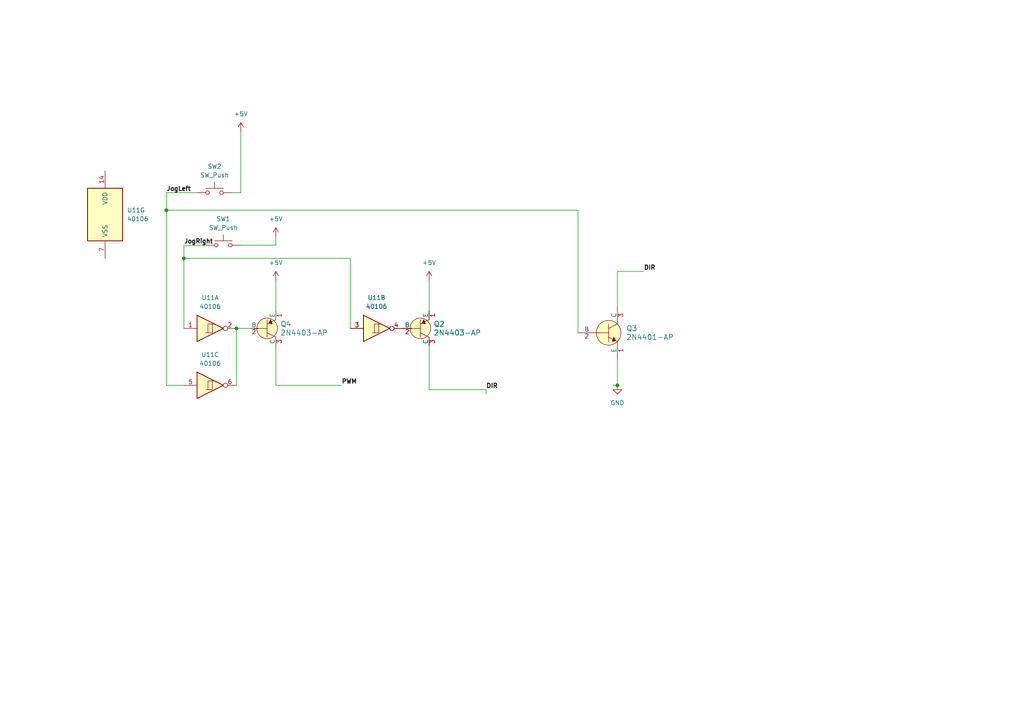
<source format=kicad_sch>
(kicad_sch (version 20231120) (generator "eeschema") (generator_version "8.0")
  (paper "A4")
  (lib_symbols
    (symbol "4xxx:40106" (pin_names (offset 1.016))
      (property "Reference" "U" (at 0 1.27 0))
      (property "Value" "40106" (at 0 -1.27 0))
      (symbol "40106_1_0"
        (polyline (pts (xy -0.635 -1.27) (xy -0.635 1.27) (xy 0.635 1.27)))
        (polyline (pts (xy -3.81 3.81) (xy -3.81 -3.81) (xy 3.81 0) (xy -3.81 3.81)) (stroke (width 0.254)) (fill (type background)))
        (polyline (pts (xy -1.27 -1.27) (xy 0.635 -1.27) (xy 0.635 1.27) (xy 1.27 1.27)))
        (pin input line (at -7.62 0 0) (length 3.81) (name "~") (number "1"))
        (pin output inverted (at 7.62 0 180) (length 3.81) (name "~") (number "2"))
      )
      (symbol "40106_2_0"
        (polyline (pts (xy -0.635 -1.27) (xy -0.635 1.27) (xy 0.635 1.27)))
        (polyline (pts (xy -3.81 3.81) (xy -3.81 -3.81) (xy 3.81 0) (xy -3.81 3.81)) (stroke (width 0.254)) (fill (type background)))
        (polyline (pts (xy -1.27 -1.27) (xy 0.635 -1.27) (xy 0.635 1.27) (xy 1.27 1.27)))
        (pin input line (at -7.62 0 0) (length 3.81) (name "~") (number "3"))
        (pin output inverted (at 7.62 0 180) (length 3.81) (name "~") (number "4"))
      )
      (symbol "40106_3_0"
        (polyline (pts (xy -0.635 -1.27) (xy -0.635 1.27) (xy 0.635 1.27)))
        (polyline (pts (xy -3.81 3.81) (xy -3.81 -3.81) (xy 3.81 0) (xy -3.81 3.81)) (stroke (width 0.254)) (fill (type background)))
        (polyline (pts (xy -1.27 -1.27) (xy 0.635 -1.27) (xy 0.635 1.27) (xy 1.27 1.27)))
        (pin input line (at -7.62 0 0) (length 3.81) (name "~") (number "5"))
        (pin output inverted (at 7.62 0 180) (length 3.81) (name "~") (number "6"))
      )
      (symbol "40106_4_0"
        (polyline (pts (xy -0.635 -1.27) (xy -0.635 1.27) (xy 0.635 1.27)))
        (polyline (pts (xy -3.81 3.81) (xy -3.81 -3.81) (xy 3.81 0) (xy -3.81 3.81)) (stroke (width 0.254)) (fill (type background)))
        (polyline (pts (xy -1.27 -1.27) (xy 0.635 -1.27) (xy 0.635 1.27) (xy 1.27 1.27)))
        (pin output inverted (at 7.62 0 180) (length 3.81) (name "~") (number "8"))
        (pin input line (at -7.62 0 0) (length 3.81) (name "~") (number "9"))
      )
      (symbol "40106_5_0"
        (polyline (pts (xy -0.635 -1.27) (xy -0.635 1.27) (xy 0.635 1.27)))
        (polyline (pts (xy -3.81 3.81) (xy -3.81 -3.81) (xy 3.81 0) (xy -3.81 3.81)) (stroke (width 0.254)) (fill (type background)))
        (polyline (pts (xy -1.27 -1.27) (xy 0.635 -1.27) (xy 0.635 1.27) (xy 1.27 1.27)))
        (pin output inverted (at 7.62 0 180) (length 3.81) (name "~") (number "10"))
        (pin input line (at -7.62 0 0) (length 3.81) (name "~") (number "11"))
      )
      (symbol "40106_6_0"
        (polyline (pts (xy -0.635 -1.27) (xy -0.635 1.27) (xy 0.635 1.27)))
        (polyline (pts (xy -3.81 3.81) (xy -3.81 -3.81) (xy 3.81 0) (xy -3.81 3.81)) (stroke (width 0.254)) (fill (type background)))
        (polyline (pts (xy -1.27 -1.27) (xy 0.635 -1.27) (xy 0.635 1.27) (xy 1.27 1.27)))
        (pin output inverted (at 7.62 0 180) (length 3.81) (name "~") (number "12"))
        (pin input line (at -7.62 0 0) (length 3.81) (name "~") (number "13"))
      )
      (symbol "40106_7_0"
        (pin power_in line (at 0 12.7 270) (length 5.08) (name "VDD") (number "14"))
        (pin power_in line (at 0 -12.7 90) (length 5.08) (name "VSS") (number "7"))
      )
      (symbol "40106_7_1"
        (rectangle (start -5.08 7.62) (end 5.08 -7.62) (stroke (width 0.254)) (fill (type background)))
      )
    )
    (symbol "Switch:SW_Push" (pin_numbers hide) (pin_names (offset 1.016) hide)
      (property "Reference" "SW" (at 1.27 2.54 0))
      (property "Value" "SW_Push" (at 0 -1.524 0))
      (symbol "SW_Push_0_1"
        (circle (center -2.032 0) (radius 0.508))
        (polyline (pts (xy 0 1.27) (xy 0 3.048)))
        (polyline (pts (xy 2.54 1.27) (xy -2.54 1.27)))
        (circle (center 2.032 0) (radius 0.508))
        (pin passive line (at -5.08 0 0) (length 2.54) (name "1") (number "1"))
        (pin passive line (at 5.08 0 180) (length 2.54) (name "2") (number "2"))
      )
    )
    (symbol "dk_Transistors-Bipolar-BJT-Single:2N4401-AP" (pin_names (offset 0))
      (property "Reference" "Q" (at -3.81 3.81 0))
      (property "Value" "2N4401-AP" (at -11.43 -5.08 0))
      (symbol "2N4401-AP_0_1"
        (polyline (pts (xy -3.81 0) (xy -2.54 0)))
        (polyline (pts (xy -3.556 0) (xy 0 0)))
        (polyline (pts (xy 0 -1.27) (xy 2.54 -2.54)))
        (polyline (pts (xy 0 1.27) (xy 2.54 2.54)))
        (polyline (pts (xy 0 2.54) (xy 0 -2.54)))
        (polyline (pts (xy 1.524 -1.27) (xy 2.032 -2.286) (xy 1.016 -2.54) (xy 1.524 -1.27)) (fill (type outline)))
        (circle (center 0 0) (radius 3.5814) (fill (type background)))
      )
      (symbol "2N4401-AP_1_1"
        (pin input line (at 2.54 -7.62 90) (length 5.08) (name "E") (number "1"))
        (pin input line (at -8.89 0 0) (length 5.08) (name "B") (number "2"))
        (pin input line (at 2.54 7.62 270) (length 5.08) (name "C") (number "3"))
      )
    )
    (symbol "dk_Transistors-Bipolar-BJT-Single:2N4403-AP" (pin_names (offset 0))
      (property "Reference" "Q" (at -2.3876 3.9116 0))
      (property "Value" "2N4403-AP" (at 5.08 0 90))
      (symbol "2N4403-AP_0_1"
        (polyline (pts (xy -3.81 0) (xy -2.54 0)))
        (polyline (pts (xy -3.556 0) (xy 0 0)))
        (polyline (pts (xy 0 -1.27) (xy 2.54 -2.54)))
        (polyline (pts (xy 0 1.27) (xy 2.54 2.54)))
        (polyline (pts (xy 0 2.54) (xy 0 -2.54)))
        (polyline (pts (xy 1.016 2.54) (xy 0.508 1.524) (xy 1.524 1.27) (xy 1.016 2.54)) (fill (type outline)))
        (circle (center 0 0) (radius 2.9972) (fill (type background)))
      )
      (symbol "2N4403-AP_1_1"
        (pin passive line (at 2.54 5.08 270) (length 2.54) (name "E") (number "1"))
        (pin input line (at -5.08 0 0) (length 2.54) (name "B") (number "2"))
        (pin passive line (at 2.54 -5.08 90) (length 2.54) (name "C") (number "3"))
      )
    )
    (symbol "power:+5V" (power) (pin_numbers hide) (pin_names (offset 0) hide)
      (property "Value" "+5V" (at 0 3.556 0))
      (symbol "+5V_0_1"
        (polyline (pts (xy -0.762 1.27) (xy 0 2.54)))
        (polyline (pts (xy 0 0) (xy 0 2.54)))
        (polyline (pts (xy 0 2.54) (xy 0.762 1.27)))
      )
      (symbol "+5V_1_1"
        (pin power_in line (at 0 0 90) (length 0) (name "~") (number "1"))
      )
    )
    (symbol "power:GND" (power) (pin_numbers hide) (pin_names (offset 0) hide)
      (property "Value" "GND" (at 0 -3.81 0))
      (symbol "GND_0_1"
        (polyline (pts (xy 0 0) (xy 0 -1.27) (xy 1.27 -1.27) (xy 0 -2.54) (xy -1.27 -1.27) (xy 0 -1.27)))
      )
      (symbol "GND_1_1"
        (pin power_in line (at 0 0 270) (length 0) (name "~") (number "1"))
      )
    )
  )
  (junction (at 179.07 111.76))
  (junction (at 68.58 95.25))
  (junction (at 48.26 60.96))
  (junction (at 53.34 74.93))
  (wire (pts (xy 48.26 55.88) (xy 57.15 55.88)))
  (wire (pts (xy 80.01 111.76) (xy 99.06 111.76)))
  (wire (pts (xy 68.58 111.76) (xy 68.58 95.25)))
  (wire (pts (xy 140.97 113.03) (xy 140.97 114.3)))
  (wire (pts (xy 124.46 113.03) (xy 140.97 113.03)))
  (wire (pts (xy 48.26 60.96) (xy 48.26 55.88)))
  (wire (pts (xy 80.01 100.33) (xy 80.01 111.76)))
  (wire (pts (xy 68.58 95.25) (xy 72.39 95.25)))
  (wire (pts (xy 179.07 88.9) (xy 179.07 78.74)))
  (wire (pts (xy 124.46 81.28) (xy 124.46 90.17)))
  (wire (pts (xy 167.64 96.52) (xy 167.64 60.96)))
  (wire (pts (xy 48.26 111.76) (xy 48.26 60.96)))
  (wire (pts (xy 69.85 71.12) (xy 80.01 71.12)))
  (wire (pts (xy 167.64 60.96) (xy 48.26 60.96)))
  (wire (pts (xy 80.01 81.28) (xy 80.01 90.17)))
  (wire (pts (xy 179.07 78.74) (xy 186.69 78.74)))
  (wire (pts (xy 53.34 74.93) (xy 53.34 95.25)))
  (wire (pts (xy 80.01 68.58) (xy 80.01 71.12)))
  (wire (pts (xy 124.46 100.33) (xy 124.46 113.03)))
  (wire (pts (xy 69.85 38.1) (xy 69.85 55.88)))
  (wire (pts (xy 59.69 71.12) (xy 53.34 71.12)))
  (wire (pts (xy 101.6 95.25) (xy 101.6 74.93)))
  (wire (pts (xy 53.34 111.76) (xy 48.26 111.76)))
  (wire (pts (xy 53.34 71.12) (xy 53.34 74.93)))
  (wire (pts (xy 101.6 74.93) (xy 53.34 74.93)))
  (wire (pts (xy 179.07 104.14) (xy 179.07 111.76)))
  (wire (pts (xy 67.31 55.88) (xy 69.85 55.88)))
  (wire (pts (xy 177.8 111.76) (xy 179.07 111.76)))
  (label "DIR" (at 140.97 113.03 0) (effects (font (bold yes))))
  (label "JogLeft" (at 48.26 55.88 0) (effects (font (bold yes))))
  (label "DIR" (at 186.69 78.74 0) (effects (font (bold yes))))
  (label "JogRight" (at 53.34 71.12 0) (effects (font (bold yes))))
  (label "PWM" (at 99.06 111.76 0) (effects (font (bold yes))))
  (symbol (lib_id "power:+5V") (at 80.01 81.28 0) (unit 1)
    (property "Reference" "#PWR015" (effects (hide yes)))
    (property "Value" "+5V" (at 80.01 76.2 0))
    (property "Description" "Power symbol creates a global label with name \"+5V\"" (effects (hide yes)))
  )
  (symbol (lib_id "4xxx:40106") (at 60.96 111.76 0) (unit 3)
    (property "Reference" "U11" (at 60.96 102.87 0))
    (property "Value" "40106" (at 60.96 105.41 0))
    (property "Datasheet" "https://assets.nexperia.com/documents/data-sheet/HEF40106B.pdf" (effects (hide yes)))
    (property "Description" "Hex Schmitt trigger inverter" (effects (hide yes)))
  )
  (symbol (lib_id "4xxx:40106") (at 109.22 95.25 0) (unit 2)
    (property "Reference" "U11" (at 109.22 86.36 0))
    (property "Value" "40106" (at 109.22 88.9 0))
    (property "Datasheet" "https://assets.nexperia.com/documents/data-sheet/HEF40106B.pdf" (effects (hide yes)))
    (property "Description" "Hex Schmitt trigger inverter" (effects (hide yes)))
  )
  (symbol (lib_id "power:+5V") (at 80.01 68.58 0) (unit 1)
    (property "Reference" "#PWR026" (effects (hide yes)))
    (property "Value" "+5V" (at 80.01 63.5 0))
    (property "Description" "Power symbol creates a global label with name \"+5V\"" (effects (hide yes)))
  )
  (symbol (lib_id "dk_Transistors-Bipolar-BJT-Single:2N4403-AP") (at 121.92 95.25 0) (unit 1)
    (property "Reference" "Q2" (at 125.73 93.9799 0) (effects (font (size 1.524 1.524)) (justify left)))
    (property "Value" "2N4403-AP" (at 125.73 96.5199 0) (effects (font (size 1.524 1.524)) (justify left)))
    (property "Footprint" "digikey-footprints:TO-92-3_Formed_Leads" (effects (hide yes)))
    (property "Datasheet" "https://www.mccsemi.com/pdf/Products/2N4403(TO-92).pdf" (effects (hide yes)))
    (property "Description" "TRANS PNP 40V TO92" (effects (hide yes)))
    (property "MPN" "2N4403-AP" (effects (hide yes)))
    (property "Category" "Discrete Semiconductor Products" (effects (hide yes)))
    (property "Family" "Transistors - Bipolar (BJT) - Single" (effects (hide yes)))
    (property "DK_Datasheet_Link" "https://www.mccsemi.com/pdf/Products/2N4403(TO-92).pdf" (effects (hide yes)))
    (property "DK_Detail_Page" "/product-detail/en/micro-commercial-co/2N4403-AP/2N4403-APCT-ND/950594" (effects (hide yes)))
    (property "Description_1" "TRANS PNP 40V TO92" (effects (hide yes)))
    (property "Manufacturer" "Micro Commercial Co" (effects (hide yes)))
    (property "Status" "Active" (effects (hide yes)))
  )
  (symbol (lib_id "power:+5V") (at 69.85 38.1 0) (unit 1)
    (property "Reference" "#PWR025" (effects (hide yes)))
    (property "Value" "+5V" (at 69.85 33.02 0))
    (property "Description" "Power symbol creates a global label with name \"+5V\"" (effects (hide yes)))
  )
  (symbol (lib_id "4xxx:40106") (at 60.96 95.25 0) (unit 1)
    (property "Reference" "U11" (at 60.96 86.36 0))
    (property "Value" "40106" (at 60.96 88.9 0))
    (property "Datasheet" "https://assets.nexperia.com/documents/data-sheet/HEF40106B.pdf" (effects (hide yes)))
    (property "Description" "Hex Schmitt trigger inverter" (effects (hide yes)))
  )
  (symbol (lib_id "dk_Transistors-Bipolar-BJT-Single:2N4401-AP") (at 176.53 96.52 0) (unit 1)
    (property "Reference" "Q3" (at 181.61 95.2499 0) (effects (font (size 1.524 1.524)) (justify left)))
    (property "Value" "2N4401-AP" (at 181.61 97.7899 0) (effects (font (size 1.524 1.524)) (justify left)))
    (property "Footprint" "digikey-footprints:TO-92-3_Formed_Leads" (effects (hide yes)))
    (property "Datasheet" "https://www.mccsemi.com/pdf/Products/2N4401(TO-92).pdf" (effects (hide yes)))
    (property "Description" "TRANS NPN 40V TO92" (effects (hide yes)))
    (property "MPN" "2N4401-AP" (effects (hide yes)))
    (property "Category" "Discrete Semiconductor Products" (effects (hide yes)))
    (property "Family" "Transistors - Bipolar (BJT) - Single" (effects (hide yes)))
    (property "DK_Datasheet_Link" "https://www.mccsemi.com/pdf/Products/2N4401(TO-92).pdf" (effects (hide yes)))
    (property "DK_Detail_Page" "/product-detail/en/micro-commercial-co/2N4401-AP/2N4401-APCT-ND/950593" (effects (hide yes)))
    (property "Description_1" "TRANS NPN 40V TO92" (effects (hide yes)))
    (property "Manufacturer" "Micro Commercial Co" (effects (hide yes)))
    (property "Status" "Active" (effects (hide yes)))
  )
  (symbol (lib_id "4xxx:40106") (at 30.48 62.23 0) (unit 7)
    (property "Reference" "U11" (at 36.83 60.9599 0) (effects (justify left)))
    (property "Value" "40106" (at 36.83 63.4999 0) (effects (justify left)))
    (property "Datasheet" "https://assets.nexperia.com/documents/data-sheet/HEF40106B.pdf" (effects (hide yes)))
    (property "Description" "Hex Schmitt trigger inverter" (effects (hide yes)))
  )
  (symbol (lib_id "dk_Transistors-Bipolar-BJT-Single:2N4403-AP") (at 77.47 95.25 0) (unit 1)
    (property "Reference" "Q4" (at 81.28 93.9799 0) (effects (font (size 1.524 1.524)) (justify left)))
    (property "Value" "2N4403-AP" (at 81.28 96.5199 0) (effects (font (size 1.524 1.524)) (justify left)))
    (property "Footprint" "digikey-footprints:TO-92-3_Formed_Leads" (effects (hide yes)))
    (property "Datasheet" "https://www.mccsemi.com/pdf/Products/2N4403(TO-92).pdf" (effects (hide yes)))
    (property "Description" "TRANS PNP 40V TO92" (effects (hide yes)))
    (property "MPN" "2N4403-AP" (effects (hide yes)))
    (property "Category" "Discrete Semiconductor Products" (effects (hide yes)))
    (property "Family" "Transistors - Bipolar (BJT) - Single" (effects (hide yes)))
    (property "DK_Datasheet_Link" "https://www.mccsemi.com/pdf/Products/2N4403(TO-92).pdf" (effects (hide yes)))
    (property "DK_Detail_Page" "/product-detail/en/micro-commercial-co/2N4403-AP/2N4403-APCT-ND/950594" (effects (hide yes)))
    (property "Description_1" "TRANS PNP 40V TO92" (effects (hide yes)))
    (property "Manufacturer" "Micro Commercial Co" (effects (hide yes)))
    (property "Status" "Active" (effects (hide yes)))
  )
  (symbol (lib_id "Switch:SW_Push") (at 62.23 55.88 0) (unit 1)
    (property "Reference" "SW2" (at 62.23 48.26 0))
    (property "Value" "SW_Push" (at 62.23 50.8 0))
    (property "Description" "Push button switch, generic, two pins" (effects (hide yes)))
  )
  (symbol (lib_id "power:GND") (at 179.07 111.76 0) (unit 1)
    (property "Reference" "#PWR024" (effects (hide yes)))
    (property "Value" "GND" (at 179.07 116.84 0))
    (property "Description" "Power symbol creates a global label with name \"GND\" , ground" (effects (hide yes)))
  )
  (symbol (lib_id "Switch:SW_Push") (at 64.77 71.12 0) (unit 1)
    (property "Reference" "SW1" (at 64.77 63.5 0))
    (property "Value" "SW_Push" (at 64.77 66.04 0))
    (property "Description" "Push button switch, generic, two pins" (effects (hide yes)))
  )
  (symbol (lib_id "power:+5V") (at 124.46 81.28 0) (unit 1)
    (property "Reference" "#PWR016" (effects (hide yes)))
    (property "Value" "+5V" (at 124.46 76.2 0))
    (property "Description" "Power symbol creates a global label with name \"+5V\"" (effects (hide yes)))
  )
)
</source>
